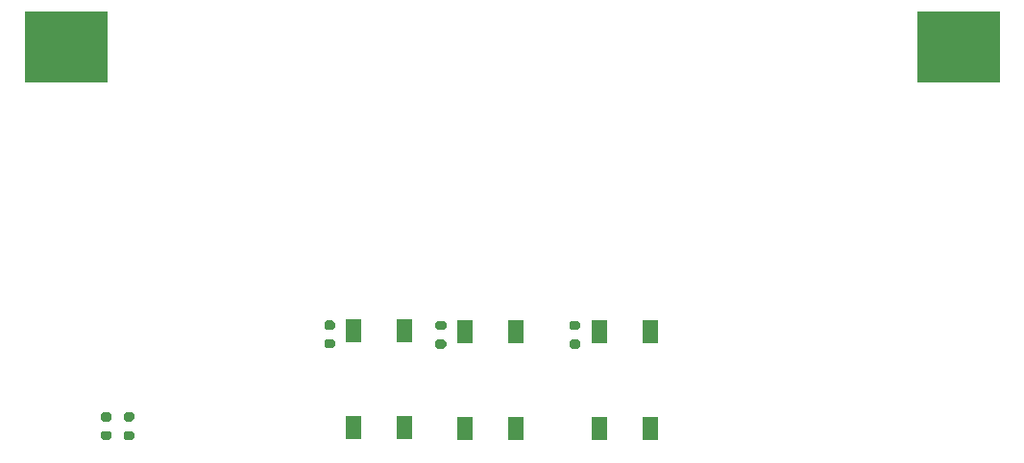
<source format=gtp>
G04 #@! TF.GenerationSoftware,KiCad,Pcbnew,5.1.9-73d0e3b20d~88~ubuntu18.04.1*
G04 #@! TF.CreationDate,2021-04-09T21:08:54+02:00*
G04 #@! TF.ProjectId,EcoApi_pcb,45636f41-7069-45f7-9063-622e6b696361,rev?*
G04 #@! TF.SameCoordinates,Original*
G04 #@! TF.FileFunction,Paste,Top*
G04 #@! TF.FilePolarity,Positive*
%FSLAX46Y46*%
G04 Gerber Fmt 4.6, Leading zero omitted, Abs format (unit mm)*
G04 Created by KiCad (PCBNEW 5.1.9-73d0e3b20d~88~ubuntu18.04.1) date 2021-04-09 21:08:54*
%MOMM*%
%LPD*%
G01*
G04 APERTURE LIST*
%ADD10R,7.350000X6.350000*%
%ADD11R,1.400000X2.100000*%
G04 APERTURE END LIST*
D10*
G04 #@! TO.C,BT1*
X153430000Y-91100000D03*
X74770000Y-91100000D03*
G04 #@! TD*
D11*
G04 #@! TO.C,S3*
X121750000Y-116250000D03*
X121750000Y-124800000D03*
X126250000Y-124800000D03*
X126250000Y-116250000D03*
G04 #@! TD*
G04 #@! TO.C,S2*
X100100000Y-116150000D03*
X100100000Y-124700000D03*
X104600000Y-124700000D03*
X104600000Y-116150000D03*
G04 #@! TD*
G04 #@! TO.C,S1*
X109900000Y-116250000D03*
X109900000Y-124800000D03*
X114400000Y-124800000D03*
X114400000Y-116250000D03*
G04 #@! TD*
G04 #@! TO.C,R15*
G36*
G01*
X119875000Y-116075000D02*
X119325000Y-116075000D01*
G75*
G02*
X119125000Y-115875000I0J200000D01*
G01*
X119125000Y-115475000D01*
G75*
G02*
X119325000Y-115275000I200000J0D01*
G01*
X119875000Y-115275000D01*
G75*
G02*
X120075000Y-115475000I0J-200000D01*
G01*
X120075000Y-115875000D01*
G75*
G02*
X119875000Y-116075000I-200000J0D01*
G01*
G37*
G36*
G01*
X119875000Y-117725000D02*
X119325000Y-117725000D01*
G75*
G02*
X119125000Y-117525000I0J200000D01*
G01*
X119125000Y-117125000D01*
G75*
G02*
X119325000Y-116925000I200000J0D01*
G01*
X119875000Y-116925000D01*
G75*
G02*
X120075000Y-117125000I0J-200000D01*
G01*
X120075000Y-117525000D01*
G75*
G02*
X119875000Y-117725000I-200000J0D01*
G01*
G37*
G04 #@! TD*
G04 #@! TO.C,R14*
G36*
G01*
X108075000Y-116075000D02*
X107525000Y-116075000D01*
G75*
G02*
X107325000Y-115875000I0J200000D01*
G01*
X107325000Y-115475000D01*
G75*
G02*
X107525000Y-115275000I200000J0D01*
G01*
X108075000Y-115275000D01*
G75*
G02*
X108275000Y-115475000I0J-200000D01*
G01*
X108275000Y-115875000D01*
G75*
G02*
X108075000Y-116075000I-200000J0D01*
G01*
G37*
G36*
G01*
X108075000Y-117725000D02*
X107525000Y-117725000D01*
G75*
G02*
X107325000Y-117525000I0J200000D01*
G01*
X107325000Y-117125000D01*
G75*
G02*
X107525000Y-116925000I200000J0D01*
G01*
X108075000Y-116925000D01*
G75*
G02*
X108275000Y-117125000I0J-200000D01*
G01*
X108275000Y-117525000D01*
G75*
G02*
X108075000Y-117725000I-200000J0D01*
G01*
G37*
G04 #@! TD*
G04 #@! TO.C,R8*
G36*
G01*
X98275000Y-116050000D02*
X97725000Y-116050000D01*
G75*
G02*
X97525000Y-115850000I0J200000D01*
G01*
X97525000Y-115450000D01*
G75*
G02*
X97725000Y-115250000I200000J0D01*
G01*
X98275000Y-115250000D01*
G75*
G02*
X98475000Y-115450000I0J-200000D01*
G01*
X98475000Y-115850000D01*
G75*
G02*
X98275000Y-116050000I-200000J0D01*
G01*
G37*
G36*
G01*
X98275000Y-117700000D02*
X97725000Y-117700000D01*
G75*
G02*
X97525000Y-117500000I0J200000D01*
G01*
X97525000Y-117100000D01*
G75*
G02*
X97725000Y-116900000I200000J0D01*
G01*
X98275000Y-116900000D01*
G75*
G02*
X98475000Y-117100000I0J-200000D01*
G01*
X98475000Y-117500000D01*
G75*
G02*
X98275000Y-117700000I-200000J0D01*
G01*
G37*
G04 #@! TD*
G04 #@! TO.C,R2*
G36*
G01*
X80575000Y-124150000D02*
X80025000Y-124150000D01*
G75*
G02*
X79825000Y-123950000I0J200000D01*
G01*
X79825000Y-123550000D01*
G75*
G02*
X80025000Y-123350000I200000J0D01*
G01*
X80575000Y-123350000D01*
G75*
G02*
X80775000Y-123550000I0J-200000D01*
G01*
X80775000Y-123950000D01*
G75*
G02*
X80575000Y-124150000I-200000J0D01*
G01*
G37*
G36*
G01*
X80575000Y-125800000D02*
X80025000Y-125800000D01*
G75*
G02*
X79825000Y-125600000I0J200000D01*
G01*
X79825000Y-125200000D01*
G75*
G02*
X80025000Y-125000000I200000J0D01*
G01*
X80575000Y-125000000D01*
G75*
G02*
X80775000Y-125200000I0J-200000D01*
G01*
X80775000Y-125600000D01*
G75*
G02*
X80575000Y-125800000I-200000J0D01*
G01*
G37*
G04 #@! TD*
G04 #@! TO.C,R1*
G36*
G01*
X78025000Y-125000000D02*
X78575000Y-125000000D01*
G75*
G02*
X78775000Y-125200000I0J-200000D01*
G01*
X78775000Y-125600000D01*
G75*
G02*
X78575000Y-125800000I-200000J0D01*
G01*
X78025000Y-125800000D01*
G75*
G02*
X77825000Y-125600000I0J200000D01*
G01*
X77825000Y-125200000D01*
G75*
G02*
X78025000Y-125000000I200000J0D01*
G01*
G37*
G36*
G01*
X78025000Y-123350000D02*
X78575000Y-123350000D01*
G75*
G02*
X78775000Y-123550000I0J-200000D01*
G01*
X78775000Y-123950000D01*
G75*
G02*
X78575000Y-124150000I-200000J0D01*
G01*
X78025000Y-124150000D01*
G75*
G02*
X77825000Y-123950000I0J200000D01*
G01*
X77825000Y-123550000D01*
G75*
G02*
X78025000Y-123350000I200000J0D01*
G01*
G37*
G04 #@! TD*
M02*

</source>
